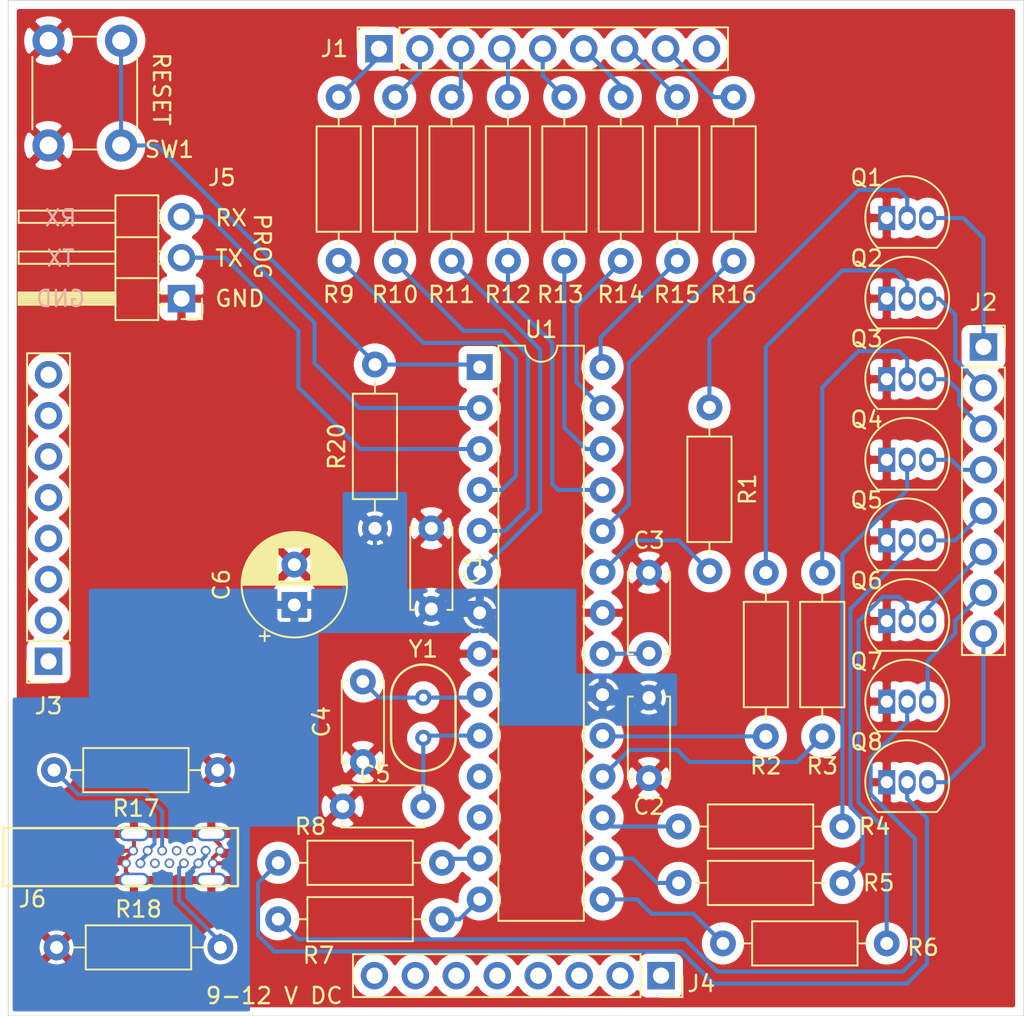
<source format=kicad_pcb>
(kicad_pcb (version 20171130) (host pcbnew "(5.1.6)-1")
  (layers (0 F.Cu signal) (31 B.Cu signal) (34 B.Paste user) (35 F.Paste user) (36 B.SilkS user) (37 F.SilkS user) (38 B.Mask user) (39 F.Mask user) (44 Edge.Cuts user))
  (net 0 "")
  (net 1 GND)
  (net 2 VCC)
  (net 3 "Net-(C3-Pad2)")
  (net 4 /X1)
  (net 5 /X2)
  (net 6 /RX)
  (net 7 /TX)
  (net 8 /~RESET)
  (net 9 /C0)
  (net 10 /C1)
  (net 11 /C2)
  (net 12 /C3)
  (net 13 /C4)
  (net 14 /C5)
  (net 15 /C6)
  (net 16 /C7)
  (net 17 /R0)
  (net 18 /R1)
  (net 19 /R2)
  (net 20 /R3)
  (net 21 /R4)
  (net 22 /R5)
  (net 23 /R6)
  (net 24 /R7)
  (net 25 "Net-(Q1-Pad2)")
  (net 26 "Net-(Q2-Pad2)")
  (net 27 "Net-(Q3-Pad2)")
  (net 28 "Net-(Q4-Pad2)")
  (net 29 "Net-(Q5-Pad2)")
  (net 30 "Net-(Q6-Pad2)")
  (net 31 "Net-(Q7-Pad2)")
  (net 32 "Net-(Q8-Pad2)")
  (net 33 /UC_R0)
  (net 34 /UC_R1)
  (net 35 /UC_R2)
  (net 36 /UC_R3)
  (net 37 /UC_R4)
  (net 38 /UC_R5)
  (net 39 /UC_R6)
  (net 40 /UC_R7)
  (net 41 /UC_C0)
  (net 42 /UC_C1)
  (net 43 /UC_C2)
  (net 44 /UC_C3)
  (net 45 /UC_C4)
  (net 46 /UC_C5)
  (net 47 /UC_C6)
  (net 48 /UC_C7)
  (net 49 /CC1)
  (net 50 /CC2)
  (module "ArduinoLife2 - CPU:KUSBX-SL-CS1N14-B" (layer F.Cu) (at 105.75 126.75 270)
    (fp_text reference J6 (at 3 6.25 180) (layer F.SilkS))
    (fp_text value KUSBX-SL-CS1N14-B)
    (pad A1 thru_hole circle (at 0 0 270) (size 0.6 0.6) (drill 0.4) (layers *.Cu *.Mask) (net 1 GND))
    (pad A4 thru_hole circle (at 0 -0.9 270) (size 0.6 0.6) (drill 0.4) (layers *.Cu *.Mask) (net 2 VCC))
    (pad A5 thru_hole circle (at 0 -1.8 270) (size 0.6 0.6) (drill 0.4) (layers *.Cu *.Mask) (net 49 /CC1))
    (pad A6 thru_hole circle (at 0 -2.7 270) (size 0.6 0.6) (drill 0.4) (layers *.Cu *.Mask))
    (pad A7 thru_hole circle (at 0 -3.6 270) (size 0.6 0.6) (drill 0.4) (layers *.Cu *.Mask))
    (pad A9 thru_hole circle (at 0 -4.5 270) (size 0.6 0.6) (drill 0.4) (layers *.Cu *.Mask) (net 2 VCC))
    (pad A12 thru_hole circle (at 0 -5.4 270) (size 0.6 0.6) (drill 0.4) (layers *.Cu *.Mask) (net 1 GND))
    (pad B12 thru_hole circle (at 0.78 0.45 270) (size 0.6 0.6) (drill 0.4) (layers *.Cu *.Mask) (net 1 GND))
    (pad B9 thru_hole circle (at 0.78 -0.45 270) (size 0.6 0.6) (drill 0.4) (layers *.Cu *.Mask) (net 2 VCC))
    (pad B7 thru_hole circle (at 0.78 -1.35 270) (size 0.6 0.6) (drill 0.4) (layers *.Cu *.Mask))
    (pad B6 thru_hole circle (at 0.78 -2.25 270) (size 0.6 0.6) (drill 0.4) (layers *.Cu *.Mask))
    (pad B5 thru_hole circle (at 0.78 -3.15 270) (size 0.6 0.6) (drill 0.4) (layers *.Cu *.Mask) (net 50 /CC2))
    (pad B4 thru_hole circle (at 0.78 -4.05 270) (size 0.6 0.6) (drill 0.4) (layers *.Cu *.Mask) (net 2 VCC))
    (pad B1 thru_hole circle (at 0.78 -4.95 270) (size 0.6 0.6) (drill 0.4) (layers *.Cu *.Mask) (net 1 GND))
    (pad CASE thru_hole oval (at -1.04 -4.85 270) (size 0.9 1.9) (drill oval 0.6 1.6) (layers *.Cu *.Mask) (net 1 GND))
    (pad CASE thru_hole oval (at 1.82 -4.85 270) (size 0.9 1.9) (drill oval 0.6 1.6) (layers *.Cu *.Mask) (net 1 GND))
    (pad CASE thru_hole oval (at -1.04 -0.05 270) (size 0.9 1.9) (drill oval 0.6 1.6) (layers *.Cu *.Mask) (net 1 GND))
    (pad CASE thru_hole oval (at 1.82 -0.05 270) (size 0.9 1.9) (drill oval 0.6 1.6) (layers *.Cu *.Mask) (net 1 GND))
  )
  (module Resistor_THT:R_Axial_DIN0207_L6.3mm_D2.5mm_P10.16mm_Horizontal (layer F.Cu) (at 111 121.75 180)
    (fp_text reference R17 (at 5.08 -2.37) (layer F.SilkS))
    (fp_text value 5k1)
    (pad 2 thru_hole oval (at 10.16 0 180) (size 1.6 1.6) (drill 0.8) (layers *.Cu *.Mask) (net 49 /CC1))
    (pad 1 thru_hole circle (at 0 0 180) (size 1.6 1.6) (drill 0.8) (layers *.Cu *.Mask) (net 1 GND))
  )
  (module Resistor_THT:R_Axial_DIN0207_L6.3mm_D2.5mm_P10.16mm_Horizontal (layer F.Cu) (at 101 132.75)
    (fp_text reference R18 (at 5.08 -2.37) (layer F.SilkS))
    (fp_text value 5k1)
    (pad 1 thru_hole circle (at 0 0) (size 1.6 1.6) (drill 0.8) (layers *.Cu *.Mask) (net 1 GND))
    (pad 2 thru_hole oval (at 10.16 0) (size 1.6 1.6) (drill 0.8) (layers *.Cu *.Mask) (net 50 /CC2))
  )
  (module Crystal:HC-46X (layer F.Cu) (at 123.75 118.5 270)
    (fp_text reference Y1 (at -4.25 0 180) (layer F.SilkS))
    (fp_text value 16M)
    (pad 2 thru_hole circle (at 1.25 0 270) (size 1 1) (drill 0.5) (layers *.Cu *.Mask) (net 5 /X2))
    (pad 1 thru_hole circle (at -1.25 0 270) (size 1 1) (drill 0.5) (layers *.Cu *.Mask) (net 4 /X1))
  )
  (module Resistor_THT:R_Axial_DIN0207_L6.3mm_D2.5mm_P10.16mm_Horizontal (layer F.Cu) (at 141.5 99.25 270)
    (fp_text reference R1 (at 5.08 -2.37 90) (layer F.SilkS))
    (fp_text value 560)
    (pad 1 thru_hole circle (at 0 0 270) (size 1.6 1.6) (drill 0.8) (layers *.Cu *.Mask) (net 25 "Net-(Q1-Pad2)"))
    (pad 2 thru_hole oval (at 10.16 0 270) (size 1.6 1.6) (drill 0.8) (layers *.Cu *.Mask) (net 33 /UC_R0))
  )
  (module Connector_PinHeader_2.54mm:PinHeader_1x03_P2.54mm_Horizontal (layer F.Cu) (at 108.75 92.5 180)
    (fp_text reference J5 (at -2.5 7.5 180) (layer F.SilkS))
    (fp_text value Conn_01x03)
    (pad 1 thru_hole rect (at 0 0 180) (size 1.7 1.7) (drill 1) (layers *.Cu *.Mask) (net 1 GND))
    (pad 2 thru_hole oval (at 0 2.54 180) (size 1.7 1.7) (drill 1) (layers *.Cu *.Mask) (net 7 /TX))
    (pad 3 thru_hole oval (at 0 5.08 180) (size 1.7 1.7) (drill 1) (layers *.Cu *.Mask) (net 6 /RX))
  )
  (module Capacitor_THT:C_Disc_D5.0mm_W2.5mm_P5.00mm (layer F.Cu) (at 137.75 109.5 270)
    (fp_text reference C3 (at -2 0 180) (layer F.SilkS))
    (fp_text value 100n)
    (pad 2 thru_hole circle (at 5 0 270) (size 1.6 1.6) (drill 0.8) (layers *.Cu *.Mask) (net 3 "Net-(C3-Pad2)"))
    (pad 1 thru_hole circle (at 0 0 270) (size 1.6 1.6) (drill 0.8) (layers *.Cu *.Mask) (net 1 GND))
  )
  (module Capacitor_THT:C_Disc_D5.0mm_W2.5mm_P5.00mm (layer F.Cu) (at 124.25 106.75 270)
    (fp_text reference C1 (at 2.5 -2.56 90) (layer F.SilkS))
    (fp_text value 100n)
    (pad 1 thru_hole circle (at 0 0 270) (size 1.6 1.6) (drill 0.8) (layers *.Cu *.Mask) (net 1 GND))
    (pad 2 thru_hole circle (at 5 0 270) (size 1.6 1.6) (drill 0.8) (layers *.Cu *.Mask) (net 2 VCC))
  )
  (module Capacitor_THT:C_Disc_D5.0mm_W2.5mm_P5.00mm (layer F.Cu) (at 137.75 122.25 90)
    (fp_text reference C2 (at -1.75 0 180) (layer F.SilkS))
    (fp_text value 100n)
    (pad 2 thru_hole circle (at 5 0 90) (size 1.6 1.6) (drill 0.8) (layers *.Cu *.Mask) (net 2 VCC))
    (pad 1 thru_hole circle (at 0 0 90) (size 1.6 1.6) (drill 0.8) (layers *.Cu *.Mask) (net 1 GND))
  )
  (module Capacitor_THT:C_Disc_D5.0mm_W2.5mm_P5.00mm (layer F.Cu) (at 120 121.25 90)
    (fp_text reference C4 (at 2.5 -2.56 90) (layer F.SilkS))
    (fp_text value 22p)
    (pad 2 thru_hole circle (at 5 0 90) (size 1.6 1.6) (drill 0.8) (layers *.Cu *.Mask) (net 4 /X1))
    (pad 1 thru_hole circle (at 0 0 90) (size 1.6 1.6) (drill 0.8) (layers *.Cu *.Mask) (net 1 GND))
  )
  (module Capacitor_THT:C_Disc_D5.0mm_W2.5mm_P5.00mm (layer F.Cu) (at 118.75 124)
    (fp_text reference C5 (at 2 -2) (layer F.SilkS))
    (fp_text value 22p)
    (pad 1 thru_hole circle (at 0 0) (size 1.6 1.6) (drill 0.8) (layers *.Cu *.Mask) (net 1 GND))
    (pad 2 thru_hole circle (at 5 0) (size 1.6 1.6) (drill 0.8) (layers *.Cu *.Mask) (net 5 /X2))
  )
  (module Capacitor_THT:CP_Radial_D6.3mm_P2.50mm (layer F.Cu) (at 115.75 111.5 90)
    (fp_text reference C6 (at 1.25 -4.52 90) (layer F.SilkS))
    (fp_text value 10u)
    (pad 1 thru_hole rect (at 0 0 90) (size 1.6 1.6) (drill 0.8) (layers *.Cu *.Mask) (net 2 VCC))
    (pad 2 thru_hole circle (at 2.5 0 90) (size 1.6 1.6) (drill 0.8) (layers *.Cu *.Mask) (net 1 GND))
  )
  (module Resistor_THT:R_Axial_DIN0207_L6.3mm_D2.5mm_P10.16mm_Horizontal (layer F.Cu) (at 120.75 106.75 90)
    (fp_text reference R20 (at 5.08 -2.37 90) (layer F.SilkS))
    (fp_text value 10k)
    (pad 1 thru_hole circle (at 0 0 90) (size 1.6 1.6) (drill 0.8) (layers *.Cu *.Mask) (net 2 VCC))
    (pad 2 thru_hole oval (at 10.16 0 90) (size 1.6 1.6) (drill 0.8) (layers *.Cu *.Mask) (net 8 /~RESET))
  )
  (module Button_Switch_THT:SW_PUSH_6mm (layer F.Cu) (at 105 76.5 270)
    (fp_text reference SW1 (at 6.75 -3 180) (layer F.SilkS))
    (fp_text value SW_Push)
    (pad 2 thru_hole circle (at 0 4.5) (size 2 2) (drill 1.1) (layers *.Cu *.Mask) (net 1 GND))
    (pad 1 thru_hole circle (at 0 0) (size 2 2) (drill 1.1) (layers *.Cu *.Mask) (net 8 /~RESET))
    (pad 2 thru_hole circle (at 6.5 4.5) (size 2 2) (drill 1.1) (layers *.Cu *.Mask) (net 1 GND))
    (pad 1 thru_hole circle (at 6.5 0) (size 2 2) (drill 1.1) (layers *.Cu *.Mask) (net 8 /~RESET))
  )
  (module Package_DIP:DIP-28_W7.62mm (layer F.Cu) (at 127.25 96.75)
    (fp_text reference U1 (at 3.81 -2.33) (layer F.SilkS))
    (fp_text value ATmega328P-PU)
    (pad 1 thru_hole rect (at 0 0) (size 1.6 1.6) (drill 0.8) (layers *.Cu *.Mask) (net 8 /~RESET))
    (pad 15 thru_hole oval (at 7.62 33.02) (size 1.6 1.6) (drill 0.8) (layers *.Cu *.Mask) (net 38 /UC_R5))
    (pad 2 thru_hole oval (at 0 2.54) (size 1.6 1.6) (drill 0.8) (layers *.Cu *.Mask) (net 6 /RX))
    (pad 16 thru_hole oval (at 7.62 30.48) (size 1.6 1.6) (drill 0.8) (layers *.Cu *.Mask) (net 37 /UC_R4))
    (pad 3 thru_hole oval (at 0 5.08) (size 1.6 1.6) (drill 0.8) (layers *.Cu *.Mask) (net 7 /TX))
    (pad 17 thru_hole oval (at 7.62 27.94) (size 1.6 1.6) (drill 0.8) (layers *.Cu *.Mask) (net 36 /UC_R3))
    (pad 4 thru_hole oval (at 0 7.62) (size 1.6 1.6) (drill 0.8) (layers *.Cu *.Mask) (net 41 /UC_C0))
    (pad 18 thru_hole oval (at 7.62 25.4) (size 1.6 1.6) (drill 0.8) (layers *.Cu *.Mask) (net 35 /UC_R2))
    (pad 5 thru_hole oval (at 0 10.16) (size 1.6 1.6) (drill 0.8) (layers *.Cu *.Mask) (net 42 /UC_C1))
    (pad 19 thru_hole oval (at 7.62 22.86) (size 1.6 1.6) (drill 0.8) (layers *.Cu *.Mask) (net 34 /UC_R1))
    (pad 6 thru_hole oval (at 0 12.7) (size 1.6 1.6) (drill 0.8) (layers *.Cu *.Mask) (net 43 /UC_C2))
    (pad 20 thru_hole oval (at 7.62 20.32) (size 1.6 1.6) (drill 0.8) (layers *.Cu *.Mask) (net 2 VCC))
    (pad 7 thru_hole oval (at 0 15.24) (size 1.6 1.6) (drill 0.8) (layers *.Cu *.Mask) (net 2 VCC))
    (pad 21 thru_hole oval (at 7.62 17.78) (size 1.6 1.6) (drill 0.8) (layers *.Cu *.Mask) (net 3 "Net-(C3-Pad2)"))
    (pad 8 thru_hole oval (at 0 17.78) (size 1.6 1.6) (drill 0.8) (layers *.Cu *.Mask) (net 1 GND))
    (pad 22 thru_hole oval (at 7.62 15.24) (size 1.6 1.6) (drill 0.8) (layers *.Cu *.Mask) (net 1 GND))
    (pad 9 thru_hole oval (at 0 20.32) (size 1.6 1.6) (drill 0.8) (layers *.Cu *.Mask) (net 4 /X1))
    (pad 23 thru_hole oval (at 7.62 12.7) (size 1.6 1.6) (drill 0.8) (layers *.Cu *.Mask) (net 33 /UC_R0))
    (pad 10 thru_hole oval (at 0 22.86) (size 1.6 1.6) (drill 0.8) (layers *.Cu *.Mask) (net 5 /X2))
    (pad 24 thru_hole oval (at 7.62 10.16) (size 1.6 1.6) (drill 0.8) (layers *.Cu *.Mask) (net 48 /UC_C7))
    (pad 11 thru_hole oval (at 0 25.4) (size 1.6 1.6) (drill 0.8) (layers *.Cu *.Mask))
    (pad 25 thru_hole oval (at 7.62 7.62) (size 1.6 1.6) (drill 0.8) (layers *.Cu *.Mask) (net 44 /UC_C3))
    (pad 12 thru_hole oval (at 0 27.94) (size 1.6 1.6) (drill 0.8) (layers *.Cu *.Mask))
    (pad 26 thru_hole oval (at 7.62 5.08) (size 1.6 1.6) (drill 0.8) (layers *.Cu *.Mask) (net 45 /UC_C4))
    (pad 13 thru_hole oval (at 0 30.48) (size 1.6 1.6) (drill 0.8) (layers *.Cu *.Mask) (net 40 /UC_R7))
    (pad 27 thru_hole oval (at 7.62 2.54) (size 1.6 1.6) (drill 0.8) (layers *.Cu *.Mask) (net 46 /UC_C5))
    (pad 14 thru_hole oval (at 0 33.02) (size 1.6 1.6) (drill 0.8) (layers *.Cu *.Mask) (net 39 /UC_R6))
    (pad 28 thru_hole oval (at 7.62 0) (size 1.6 1.6) (drill 0.8) (layers *.Cu *.Mask) (net 47 /UC_C6))
  )
  (module Connector_PinSocket_2.54mm:PinSocket_1x09_P2.54mm_Vertical (layer F.Cu) (at 121 77 90)
    (fp_text reference J1 (at 0 -2.77 180) (layer F.SilkS))
    (fp_text value Conn_01x09)
    (pad 1 thru_hole rect (at 0 0 90) (size 1.7 1.7) (drill 1) (layers *.Cu *.Mask) (net 9 /C0))
    (pad 2 thru_hole oval (at 0 2.54 90) (size 1.7 1.7) (drill 1) (layers *.Cu *.Mask) (net 10 /C1))
    (pad 3 thru_hole oval (at 0 5.08 90) (size 1.7 1.7) (drill 1) (layers *.Cu *.Mask) (net 11 /C2))
    (pad 4 thru_hole oval (at 0 7.62 90) (size 1.7 1.7) (drill 1) (layers *.Cu *.Mask) (net 12 /C3))
    (pad 5 thru_hole oval (at 0 10.16 90) (size 1.7 1.7) (drill 1) (layers *.Cu *.Mask) (net 13 /C4))
    (pad 6 thru_hole oval (at 0 12.7 90) (size 1.7 1.7) (drill 1) (layers *.Cu *.Mask) (net 14 /C5))
    (pad 7 thru_hole oval (at 0 15.24 90) (size 1.7 1.7) (drill 1) (layers *.Cu *.Mask) (net 15 /C6))
    (pad 8 thru_hole oval (at 0 17.78 90) (size 1.7 1.7) (drill 1) (layers *.Cu *.Mask) (net 16 /C7))
    (pad 9 thru_hole oval (at 0 20.32 90) (size 1.7 1.7) (drill 1) (layers *.Cu *.Mask))
  )
  (module Connector_PinSocket_2.54mm:PinSocket_1x08_P2.54mm_Vertical (layer F.Cu) (at 158.5 95.5)
    (fp_text reference J2 (at 0 -2.77) (layer F.SilkS))
    (fp_text value Conn_01x08)
    (pad 1 thru_hole rect (at 0 0) (size 1.7 1.7) (drill 1) (layers *.Cu *.Mask) (net 17 /R0))
    (pad 2 thru_hole oval (at 0 2.54) (size 1.7 1.7) (drill 1) (layers *.Cu *.Mask) (net 18 /R1))
    (pad 3 thru_hole oval (at 0 5.08) (size 1.7 1.7) (drill 1) (layers *.Cu *.Mask) (net 19 /R2))
    (pad 4 thru_hole oval (at 0 7.62) (size 1.7 1.7) (drill 1) (layers *.Cu *.Mask) (net 20 /R3))
    (pad 5 thru_hole oval (at 0 10.16) (size 1.7 1.7) (drill 1) (layers *.Cu *.Mask) (net 21 /R4))
    (pad 6 thru_hole oval (at 0 12.7) (size 1.7 1.7) (drill 1) (layers *.Cu *.Mask) (net 22 /R5))
    (pad 7 thru_hole oval (at 0 15.24) (size 1.7 1.7) (drill 1) (layers *.Cu *.Mask) (net 23 /R6))
    (pad 8 thru_hole oval (at 0 17.78) (size 1.7 1.7) (drill 1) (layers *.Cu *.Mask) (net 24 /R7))
  )
  (module Connector_PinSocket_2.54mm:PinSocket_1x08_P2.54mm_Vertical (layer F.Cu) (at 100.5 115 180)
    (fp_text reference J3 (at 0 -2.77) (layer F.SilkS))
    (fp_text value Conn_01x08)
    (pad 1 thru_hole rect (at 0 0 180) (size 1.7 1.7) (drill 1) (layers *.Cu *.Mask))
    (pad 2 thru_hole oval (at 0 2.54 180) (size 1.7 1.7) (drill 1) (layers *.Cu *.Mask))
    (pad 3 thru_hole oval (at 0 5.08 180) (size 1.7 1.7) (drill 1) (layers *.Cu *.Mask))
    (pad 4 thru_hole oval (at 0 7.62 180) (size 1.7 1.7) (drill 1) (layers *.Cu *.Mask))
    (pad 5 thru_hole oval (at 0 10.16 180) (size 1.7 1.7) (drill 1) (layers *.Cu *.Mask))
    (pad 6 thru_hole oval (at 0 12.7 180) (size 1.7 1.7) (drill 1) (layers *.Cu *.Mask))
    (pad 7 thru_hole oval (at 0 15.24 180) (size 1.7 1.7) (drill 1) (layers *.Cu *.Mask))
    (pad 8 thru_hole oval (at 0 17.78 180) (size 1.7 1.7) (drill 1) (layers *.Cu *.Mask))
  )
  (module Connector_PinSocket_2.54mm:PinSocket_1x08_P2.54mm_Vertical (layer F.Cu) (at 138.5 134.5 270)
    (fp_text reference J4 (at 0.5 -2.5 180) (layer F.SilkS))
    (fp_text value Conn_01x08)
    (pad 8 thru_hole oval (at 0 17.78 270) (size 1.7 1.7) (drill 1) (layers *.Cu *.Mask))
    (pad 7 thru_hole oval (at 0 15.24 270) (size 1.7 1.7) (drill 1) (layers *.Cu *.Mask))
    (pad 6 thru_hole oval (at 0 12.7 270) (size 1.7 1.7) (drill 1) (layers *.Cu *.Mask))
    (pad 5 thru_hole oval (at 0 10.16 270) (size 1.7 1.7) (drill 1) (layers *.Cu *.Mask))
    (pad 4 thru_hole oval (at 0 7.62 270) (size 1.7 1.7) (drill 1) (layers *.Cu *.Mask))
    (pad 3 thru_hole oval (at 0 5.08 270) (size 1.7 1.7) (drill 1) (layers *.Cu *.Mask))
    (pad 2 thru_hole oval (at 0 2.54 270) (size 1.7 1.7) (drill 1) (layers *.Cu *.Mask))
    (pad 1 thru_hole rect (at 0 0 270) (size 1.7 1.7) (drill 1) (layers *.Cu *.Mask))
  )
  (module Package_TO_SOT_THT:TO-92_Inline (layer F.Cu) (at 152.5 87.5)
    (fp_text reference Q1 (at -1.25 -2.5) (layer F.SilkS))
    (fp_text value 2N3904)
    (pad 1 thru_hole rect (at 0 0) (size 1.05 1.5) (drill 0.75) (layers *.Cu *.Mask) (net 1 GND))
    (pad 3 thru_hole oval (at 2.54 0) (size 1.05 1.5) (drill 0.75) (layers *.Cu *.Mask) (net 17 /R0))
    (pad 2 thru_hole oval (at 1.27 0) (size 1.05 1.5) (drill 0.75) (layers *.Cu *.Mask) (net 25 "Net-(Q1-Pad2)"))
  )
  (module Package_TO_SOT_THT:TO-92_Inline (layer F.Cu) (at 152.5 92.5)
    (fp_text reference Q2 (at -1.25 -2.5) (layer F.SilkS))
    (fp_text value 2N3904)
    (pad 1 thru_hole rect (at 0 0) (size 1.05 1.5) (drill 0.75) (layers *.Cu *.Mask) (net 1 GND))
    (pad 3 thru_hole oval (at 2.54 0) (size 1.05 1.5) (drill 0.75) (layers *.Cu *.Mask) (net 18 /R1))
    (pad 2 thru_hole oval (at 1.27 0) (size 1.05 1.5) (drill 0.75) (layers *.Cu *.Mask) (net 26 "Net-(Q2-Pad2)"))
  )
  (module Package_TO_SOT_THT:TO-92_Inline (layer F.Cu) (at 152.5 97.5)
    (fp_text reference Q3 (at -1.25 -2.5) (layer F.SilkS))
    (fp_text value 2N3904)
    (pad 2 thru_hole oval (at 1.27 0) (size 1.05 1.5) (drill 0.75) (layers *.Cu *.Mask) (net 27 "Net-(Q3-Pad2)"))
    (pad 3 thru_hole oval (at 2.54 0) (size 1.05 1.5) (drill 0.75) (layers *.Cu *.Mask) (net 19 /R2))
    (pad 1 thru_hole rect (at 0 0) (size 1.05 1.5) (drill 0.75) (layers *.Cu *.Mask) (net 1 GND))
  )
  (module Package_TO_SOT_THT:TO-92_Inline (layer F.Cu) (at 152.5 102.5)
    (fp_text reference Q4 (at -1.25 -2.5) (layer F.SilkS))
    (fp_text value 2N3904)
    (pad 2 thru_hole oval (at 1.27 0) (size 1.05 1.5) (drill 0.75) (layers *.Cu *.Mask) (net 28 "Net-(Q4-Pad2)"))
    (pad 3 thru_hole oval (at 2.54 0) (size 1.05 1.5) (drill 0.75) (layers *.Cu *.Mask) (net 20 /R3))
    (pad 1 thru_hole rect (at 0 0) (size 1.05 1.5) (drill 0.75) (layers *.Cu *.Mask) (net 1 GND))
  )
  (module Package_TO_SOT_THT:TO-92_Inline (layer F.Cu) (at 152.5 107.5)
    (fp_text reference Q5 (at -1.25 -2.5) (layer F.SilkS))
    (fp_text value 2N3904)
    (pad 1 thru_hole rect (at 0 0) (size 1.05 1.5) (drill 0.75) (layers *.Cu *.Mask) (net 1 GND))
    (pad 3 thru_hole oval (at 2.54 0) (size 1.05 1.5) (drill 0.75) (layers *.Cu *.Mask) (net 21 /R4))
    (pad 2 thru_hole oval (at 1.27 0) (size 1.05 1.5) (drill 0.75) (layers *.Cu *.Mask) (net 29 "Net-(Q5-Pad2)"))
  )
  (module Package_TO_SOT_THT:TO-92_Inline (layer F.Cu) (at 152.5 112.5)
    (fp_text reference Q6 (at -1.25 -2.5) (layer F.SilkS))
    (fp_text value 2N3904)
    (pad 1 thru_hole rect (at 0 0) (size 1.05 1.5) (drill 0.75) (layers *.Cu *.Mask) (net 1 GND))
    (pad 3 thru_hole oval (at 2.54 0) (size 1.05 1.5) (drill 0.75) (layers *.Cu *.Mask) (net 22 /R5))
    (pad 2 thru_hole oval (at 1.27 0) (size 1.05 1.5) (drill 0.75) (layers *.Cu *.Mask) (net 30 "Net-(Q6-Pad2)"))
  )
  (module Package_TO_SOT_THT:TO-92_Inline (layer F.Cu) (at 152.5 117.5)
    (fp_text reference Q7 (at -1.25 -2.5) (layer F.SilkS))
    (fp_text value 2N3904)
    (pad 2 thru_hole oval (at 1.27 0) (size 1.05 1.5) (drill 0.75) (layers *.Cu *.Mask) (net 31 "Net-(Q7-Pad2)"))
    (pad 3 thru_hole oval (at 2.54 0) (size 1.05 1.5) (drill 0.75) (layers *.Cu *.Mask) (net 23 /R6))
    (pad 1 thru_hole rect (at 0 0) (size 1.05 1.5) (drill 0.75) (layers *.Cu *.Mask) (net 1 GND))
  )
  (module Package_TO_SOT_THT:TO-92_Inline (layer F.Cu) (at 152.5 122.5)
    (fp_text reference Q8 (at -1.25 -2.5) (layer F.SilkS))
    (fp_text value 2N3904)
    (pad 2 thru_hole oval (at 1.27 0) (size 1.05 1.5) (drill 0.75) (layers *.Cu *.Mask) (net 32 "Net-(Q8-Pad2)"))
    (pad 3 thru_hole oval (at 2.54 0) (size 1.05 1.5) (drill 0.75) (layers *.Cu *.Mask) (net 24 /R7))
    (pad 1 thru_hole rect (at 0 0) (size 1.05 1.5) (drill 0.75) (layers *.Cu *.Mask) (net 1 GND))
  )
  (module Resistor_THT:R_Axial_DIN0207_L6.3mm_D2.5mm_P10.16mm_Horizontal (layer F.Cu) (at 145 109.5 270)
    (fp_text reference R2 (at 12 0 180) (layer F.SilkS))
    (fp_text value 560)
    (pad 1 thru_hole circle (at 0 0 270) (size 1.6 1.6) (drill 0.8) (layers *.Cu *.Mask) (net 26 "Net-(Q2-Pad2)"))
    (pad 2 thru_hole oval (at 10.16 0 270) (size 1.6 1.6) (drill 0.8) (layers *.Cu *.Mask) (net 34 /UC_R1))
  )
  (module Resistor_THT:R_Axial_DIN0207_L6.3mm_D2.5mm_P10.16mm_Horizontal (layer F.Cu) (at 148.5 109.5 270)
    (fp_text reference R3 (at 12 0 180) (layer F.SilkS))
    (fp_text value 560)
    (pad 2 thru_hole oval (at 10.16 0 270) (size 1.6 1.6) (drill 0.8) (layers *.Cu *.Mask) (net 35 /UC_R2))
    (pad 1 thru_hole circle (at 0 0 270) (size 1.6 1.6) (drill 0.8) (layers *.Cu *.Mask) (net 27 "Net-(Q3-Pad2)"))
  )
  (module Resistor_THT:R_Axial_DIN0207_L6.3mm_D2.5mm_P10.16mm_Horizontal (layer F.Cu) (at 149.75 125.25 180)
    (fp_text reference R4 (at -2 0) (layer F.SilkS))
    (fp_text value 560)
    (pad 2 thru_hole oval (at 10.16 0 180) (size 1.6 1.6) (drill 0.8) (layers *.Cu *.Mask) (net 36 /UC_R3))
    (pad 1 thru_hole circle (at 0 0 180) (size 1.6 1.6) (drill 0.8) (layers *.Cu *.Mask) (net 28 "Net-(Q4-Pad2)"))
  )
  (module Resistor_THT:R_Axial_DIN0207_L6.3mm_D2.5mm_P10.16mm_Horizontal (layer F.Cu) (at 149.75 128.75 180)
    (fp_text reference R5 (at -2.25 0) (layer F.SilkS))
    (fp_text value 560)
    (pad 1 thru_hole circle (at 0 0 180) (size 1.6 1.6) (drill 0.8) (layers *.Cu *.Mask) (net 29 "Net-(Q5-Pad2)"))
    (pad 2 thru_hole oval (at 10.16 0 180) (size 1.6 1.6) (drill 0.8) (layers *.Cu *.Mask) (net 37 /UC_R4))
  )
  (module Resistor_THT:R_Axial_DIN0207_L6.3mm_D2.5mm_P10.16mm_Horizontal (layer F.Cu) (at 152.5 132.5 180)
    (fp_text reference R6 (at -2.25 -0.25) (layer F.SilkS))
    (fp_text value 560)
    (pad 1 thru_hole circle (at 0 0 180) (size 1.6 1.6) (drill 0.8) (layers *.Cu *.Mask) (net 30 "Net-(Q6-Pad2)"))
    (pad 2 thru_hole oval (at 10.16 0 180) (size 1.6 1.6) (drill 0.8) (layers *.Cu *.Mask) (net 38 /UC_R5))
  )
  (module Resistor_THT:R_Axial_DIN0207_L6.3mm_D2.5mm_P10.16mm_Horizontal (layer F.Cu) (at 114.75 131)
    (fp_text reference R7 (at 2.5 2.25) (layer F.SilkS))
    (fp_text value 560)
    (pad 2 thru_hole oval (at 10.16 0) (size 1.6 1.6) (drill 0.8) (layers *.Cu *.Mask) (net 39 /UC_R6))
    (pad 1 thru_hole circle (at 0 0) (size 1.6 1.6) (drill 0.8) (layers *.Cu *.Mask) (net 31 "Net-(Q7-Pad2)"))
  )
  (module Resistor_THT:R_Axial_DIN0207_L6.3mm_D2.5mm_P10.16mm_Horizontal (layer F.Cu) (at 114.75 127.5)
    (fp_text reference R8 (at 2 -2.25) (layer F.SilkS))
    (fp_text value 560)
    (pad 2 thru_hole oval (at 10.16 0) (size 1.6 1.6) (drill 0.8) (layers *.Cu *.Mask) (net 40 /UC_R7))
    (pad 1 thru_hole circle (at 0 0) (size 1.6 1.6) (drill 0.8) (layers *.Cu *.Mask) (net 32 "Net-(Q8-Pad2)"))
  )
  (module Resistor_THT:R_Axial_DIN0207_L6.3mm_D2.5mm_P10.16mm_Horizontal (layer F.Cu) (at 118.5 80 270)
    (fp_text reference R9 (at 12.25 0 180) (layer F.SilkS))
    (fp_text value 560)
    (pad 2 thru_hole oval (at 10.16 0 270) (size 1.6 1.6) (drill 0.8) (layers *.Cu *.Mask) (net 41 /UC_C0))
    (pad 1 thru_hole circle (at 0 0 270) (size 1.6 1.6) (drill 0.8) (layers *.Cu *.Mask) (net 9 /C0))
  )
  (module Resistor_THT:R_Axial_DIN0207_L6.3mm_D2.5mm_P10.16mm_Horizontal (layer F.Cu) (at 122 80 270)
    (fp_text reference R10 (at 12.25 0 180) (layer F.SilkS))
    (fp_text value 560)
    (pad 1 thru_hole circle (at 0 0 270) (size 1.6 1.6) (drill 0.8) (layers *.Cu *.Mask) (net 10 /C1))
    (pad 2 thru_hole oval (at 10.16 0 270) (size 1.6 1.6) (drill 0.8) (layers *.Cu *.Mask) (net 42 /UC_C1))
  )
  (module Resistor_THT:R_Axial_DIN0207_L6.3mm_D2.5mm_P10.16mm_Horizontal (layer F.Cu) (at 125.5 80 270)
    (fp_text reference R11 (at 12.25 0 180) (layer F.SilkS))
    (fp_text value 560)
    (pad 2 thru_hole oval (at 10.16 0 270) (size 1.6 1.6) (drill 0.8) (layers *.Cu *.Mask) (net 43 /UC_C2))
    (pad 1 thru_hole circle (at 0 0 270) (size 1.6 1.6) (drill 0.8) (layers *.Cu *.Mask) (net 11 /C2))
  )
  (module Resistor_THT:R_Axial_DIN0207_L6.3mm_D2.5mm_P10.16mm_Horizontal (layer F.Cu) (at 129 80 270)
    (fp_text reference R12 (at 12.25 0 180) (layer F.SilkS))
    (fp_text value 560)
    (pad 1 thru_hole circle (at 0 0 270) (size 1.6 1.6) (drill 0.8) (layers *.Cu *.Mask) (net 12 /C3))
    (pad 2 thru_hole oval (at 10.16 0 270) (size 1.6 1.6) (drill 0.8) (layers *.Cu *.Mask) (net 44 /UC_C3))
  )
  (module Resistor_THT:R_Axial_DIN0207_L6.3mm_D2.5mm_P10.16mm_Horizontal (layer F.Cu) (at 132.5 80 270)
    (fp_text reference R13 (at 12.25 0.25 180) (layer F.SilkS))
    (fp_text value 560)
    (pad 1 thru_hole circle (at 0 0 270) (size 1.6 1.6) (drill 0.8) (layers *.Cu *.Mask) (net 13 /C4))
    (pad 2 thru_hole oval (at 10.16 0 270) (size 1.6 1.6) (drill 0.8) (layers *.Cu *.Mask) (net 45 /UC_C4))
  )
  (module Resistor_THT:R_Axial_DIN0207_L6.3mm_D2.5mm_P10.16mm_Horizontal (layer F.Cu) (at 136 80 270)
    (fp_text reference R14 (at 12.25 0 180) (layer F.SilkS))
    (fp_text value 560)
    (pad 2 thru_hole oval (at 10.16 0 270) (size 1.6 1.6) (drill 0.8) (layers *.Cu *.Mask) (net 46 /UC_C5))
    (pad 1 thru_hole circle (at 0 0 270) (size 1.6 1.6) (drill 0.8) (layers *.Cu *.Mask) (net 14 /C5))
  )
  (module Resistor_THT:R_Axial_DIN0207_L6.3mm_D2.5mm_P10.16mm_Horizontal (layer F.Cu) (at 139.5 80 270)
    (fp_text reference R15 (at 12.25 0 180) (layer F.SilkS))
    (fp_text value 560)
    (pad 1 thru_hole circle (at 0 0 270) (size 1.6 1.6) (drill 0.8) (layers *.Cu *.Mask) (net 15 /C6))
    (pad 2 thru_hole oval (at 10.16 0 270) (size 1.6 1.6) (drill 0.8) (layers *.Cu *.Mask) (net 47 /UC_C6))
  )
  (module Resistor_THT:R_Axial_DIN0207_L6.3mm_D2.5mm_P10.16mm_Horizontal (layer F.Cu) (at 143 80 270)
    (fp_text reference R16 (at 12.25 0 180) (layer F.SilkS))
    (fp_text value 560)
    (pad 2 thru_hole oval (at 10.16 0 270) (size 1.6 1.6) (drill 0.8) (layers *.Cu *.Mask) (net 48 /UC_C7))
    (pad 1 thru_hole circle (at 0 0 270) (size 1.6 1.6) (drill 0.8) (layers *.Cu *.Mask) (net 16 /C7))
  )
  (gr_text TX (at 110.75 90) (layer F.SilkS) (effects (font (size 1 1)) (justify left)))
  (gr_text RX (at 110.75 87.5) (layer F.SilkS) (effects (font (size 1 1)) (justify left)))
  (gr_text GND (at 110.75 92.5) (layer F.SilkS) (effects (font (size 1 1)) (justify left)))
  (gr_text "9-12 V DC" (at 114.5 135.75) (layer F.SilkS) (effects (font (size 1 1))))
  (gr_text PROG (at 113.75 89.25 270) (layer F.SilkS) (effects (font (size 1 1))))
  (gr_text GND (at 101.25 92.5) (layer B.SilkS) (effects (font (size 1 1)) (justify mirror)))
  (gr_text TX (at 101.25 90) (layer B.SilkS) (effects (font (size 1 1)) (justify mirror)))
  (gr_text RX (at 101.25 87.5) (layer B.SilkS) (effects (font (size 1 1)) (justify mirror)))
  (gr_text RESET (at 107.5 79.5 270) (layer F.SilkS) (effects (font (size 1 1))))
  (gr_line (start 98 74) (end 98 137) (layer Edge.Cuts) (width 0.05))
  (gr_line (start 98 74) (end 161 74) (layer Edge.Cuts) (width 0.05))
  (gr_line (start 161 137) (end 161 74) (layer Edge.Cuts) (width 0.05))
  (gr_line (start 98 137) (end 161 137) (layer Edge.Cuts) (width 0.05))
  (segment (start 110.7 127.2) (end 111.15 126.75) (width 0.25) (layer F.Cu) (net 1))
  (segment (start 110.7 127.53) (end 110.7 127.2) (width 0.25) (layer F.Cu) (net 1))
  (segment (start 105.3 127.2) (end 105.75 126.75) (width 0.25) (layer F.Cu) (net 1))
  (segment (start 105.3 127.53) (end 105.3 127.2) (width 0.25) (layer F.Cu) (net 1))
  (segment (start 105.75 126.75) (end 104.25 126.75) (width 0.25) (layer F.Cu) (net 1))
  (segment (start 110.7 127.53) (end 111.72 127.53) (width 0.25) (layer F.Cu) (net 1))
  (segment (start 111.15 126.75) (end 112.25 126.75) (width 0.25) (layer F.Cu) (net 1))
  (segment (start 105.3 127.53) (end 104.28 127.53) (width 0.25) (layer F.Cu) (net 1))
  (segment (start 105.3 128.07) (end 105.8 128.57) (width 0.25) (layer F.Cu) (net 1))
  (segment (start 105.3 127.53) (end 105.3 128.07) (width 0.25) (layer F.Cu) (net 1))
  (segment (start 105.8 126.7) (end 105.75 126.75) (width 0.25) (layer F.Cu) (net 1))
  (segment (start 105.8 125.71) (end 105.8 126.7) (width 0.25) (layer F.Cu) (net 1))
  (segment (start 110.6 125.71) (end 110.6 125.85) (width 0.25) (layer F.Cu) (net 1))
  (segment (start 111.15 126.4) (end 111.15 126.75) (width 0.25) (layer F.Cu) (net 1))
  (segment (start 110.6 125.85) (end 111.15 126.4) (width 0.25) (layer F.Cu) (net 1))
  (segment (start 110.7 128.47) (end 110.6 128.57) (width 0.25) (layer F.Cu) (net 1))
  (segment (start 110.7 127.53) (end 110.7 128.47) (width 0.25) (layer F.Cu) (net 1))
  (segment (start 127.01 111.75) (end 127.25 111.99) (width 1) (layer B.Cu) (net 2))
  (segment (start 124.25 111.75) (end 127.01 111.75) (width 1) (layer B.Cu) (net 2))
  (segment (start 127.25 111.99) (end 132.26 117) (width 1) (layer B.Cu) (net 2))
  (segment (start 134.8 117) (end 134.87 117.07) (width 1) (layer B.Cu) (net 2))
  (segment (start 132.26 117) (end 134.8 117) (width 1) (layer B.Cu) (net 2))
  (segment (start 135.05 117.25) (end 134.87 117.07) (width 1) (layer B.Cu) (net 2))
  (segment (start 137.75 117.25) (end 135.05 117.25) (width 1) (layer B.Cu) (net 2))
  (segment (start 109.75 129.75) (end 110 129.75) (width 0.25) (layer B.Cu) (net 2))
  (segment (start 109.25 129.25) (end 109.75 129.75) (width 0.25) (layer B.Cu) (net 2))
  (segment (start 109.8 127.53) (end 109.25 128.08) (width 0.25) (layer B.Cu) (net 2))
  (segment (start 109.25 128.08) (end 109.25 129.25) (width 0.25) (layer B.Cu) (net 2))
  (segment (start 107.07501 126.32499) (end 107.07501 124.57501) (width 0.25) (layer B.Cu) (net 2))
  (segment (start 106.65 126.75) (end 107.07501 126.32499) (width 0.25) (layer B.Cu) (net 2))
  (segment (start 107.07501 124.57501) (end 107 124.5) (width 0.25) (layer B.Cu) (net 2))
  (segment (start 106.65 126.925) (end 106.65 126.75) (width 0.25) (layer B.Cu) (net 2))
  (segment (start 106.2 127.53) (end 106.2 127.375) (width 0.25) (layer B.Cu) (net 2))
  (segment (start 106.2 127.375) (end 106.65 126.925) (width 0.25) (layer B.Cu) (net 2))
  (segment (start 109.75 127.48) (end 109.8 127.53) (width 0.25) (layer B.Cu) (net 2))
  (segment (start 110.25 127.08) (end 109.8 127.53) (width 0.25) (layer B.Cu) (net 2))
  (segment (start 110.25 126.75) (end 110.25 127.08) (width 0.25) (layer B.Cu) (net 2))
  (segment (start 120.75 106.75) (end 120.75 111.5) (width 0.25) (layer B.Cu) (net 2))
  (segment (start 137.72 114.53) (end 137.75 114.5) (width 0.254) (layer B.Cu) (net 3))
  (segment (start 134.87 114.53) (end 137.72 114.53) (width 0.254) (layer B.Cu) (net 3))
  (segment (start 127.07 117.25) (end 123.75 117.25) (width 0.254) (layer B.Cu) (net 4))
  (segment (start 127.25 117.07) (end 127.07 117.25) (width 0.254) (layer B.Cu) (net 4))
  (segment (start 121 117.25) (end 120 116.25) (width 0.25) (layer B.Cu) (net 4))
  (segment (start 123.75 117.25) (end 121 117.25) (width 0.25) (layer B.Cu) (net 4))
  (segment (start 123.81 119.61) (end 123.75 119.55) (width 0.254) (layer B.Cu) (net 5))
  (segment (start 127.25 119.61) (end 123.81 119.61) (width 0.254) (layer B.Cu) (net 5))
  (segment (start 123.75 119.55) (end 123.75 124) (width 0.254) (layer B.Cu) (net 5))
  (segment (start 110.42 87.42) (end 108.75 87.42) (width 0.254) (layer B.Cu) (net 6))
  (segment (start 127.25 99.29) (end 119.79 99.29) (width 0.254) (layer B.Cu) (net 6))
  (segment (start 117 94) (end 110.42 87.42) (width 0.254) (layer B.Cu) (net 6))
  (segment (start 117 96.5) (end 117 94) (width 0.254) (layer B.Cu) (net 6))
  (segment (start 119.79 99.29) (end 117 96.5) (width 0.254) (layer B.Cu) (net 6))
  (segment (start 111.46 89.96) (end 108.75 89.96) (width 0.254) (layer B.Cu) (net 7))
  (segment (start 127.25 101.83) (end 119.83 101.83) (width 0.254) (layer B.Cu) (net 7))
  (segment (start 116 94.5) (end 111.46 89.96) (width 0.254) (layer B.Cu) (net 7))
  (segment (start 116 98) (end 116 94.5) (width 0.254) (layer B.Cu) (net 7))
  (segment (start 119.83 101.83) (end 116 98) (width 0.254) (layer B.Cu) (net 7))
  (segment (start 105 83) (end 105 76.5) (width 0.254) (layer B.Cu) (net 8))
  (segment (start 107.25 83) (end 105 83) (width 0.254) (layer B.Cu) (net 8))
  (segment (start 127.25 96.75) (end 127.09 96.59) (width 0.254) (layer B.Cu) (net 8))
  (segment (start 120.84 96.59) (end 107.25 83) (width 0.254) (layer B.Cu) (net 8))
  (segment (start 127.09 96.59) (end 120.84 96.59) (width 0.254) (layer B.Cu) (net 8))
  (segment (start 121 77.5) (end 118.5 80) (width 0.254) (layer B.Cu) (net 9))
  (segment (start 123.54 78.46) (end 122 80) (width 0.254) (layer B.Cu) (net 10))
  (segment (start 123.54 77) (end 123.54 78.46) (width 0.254) (layer B.Cu) (net 10))
  (segment (start 126.08 79.42) (end 125.5 80) (width 0.254) (layer B.Cu) (net 11))
  (segment (start 126.08 77) (end 126.08 79.42) (width 0.254) (layer B.Cu) (net 11))
  (segment (start 129 77.38) (end 128.62 77) (width 0.254) (layer B.Cu) (net 12))
  (segment (start 129 80) (end 129 77.38) (width 0.254) (layer B.Cu) (net 12))
  (segment (start 131.16 78.66) (end 132.5 80) (width 0.254) (layer B.Cu) (net 13))
  (segment (start 131.16 77) (end 131.16 78.66) (width 0.254) (layer B.Cu) (net 13))
  (segment (start 136 79.3) (end 136 80) (width 0.254) (layer B.Cu) (net 14))
  (segment (start 133.7 77) (end 136 79.3) (width 0.254) (layer B.Cu) (net 14))
  (segment (start 136.5 77) (end 136.24 77) (width 0.254) (layer B.Cu) (net 15))
  (segment (start 139.5 80) (end 136.5 77) (width 0.254) (layer B.Cu) (net 15))
  (segment (start 141.78 80) (end 143 80) (width 0.254) (layer B.Cu) (net 16))
  (segment (start 138.78 77) (end 141.78 80) (width 0.254) (layer B.Cu) (net 16))
  (segment (start 158.5 95.5) (end 158.5 88.75) (width 0.254) (layer B.Cu) (net 17))
  (segment (start 157.25 87.5) (end 155.04 87.5) (width 0.254) (layer B.Cu) (net 17))
  (segment (start 158.5 88.75) (end 157.25 87.5) (width 0.254) (layer B.Cu) (net 17))
  (segment (start 156.75 93.5) (end 155.75 92.5) (width 0.254) (layer B.Cu) (net 18))
  (segment (start 155.75 92.5) (end 155.04 92.5) (width 0.254) (layer B.Cu) (net 18))
  (segment (start 158.5 98.04) (end 156.75 96.29) (width 0.254) (layer B.Cu) (net 18))
  (segment (start 156.75 96.29) (end 156.75 93.5) (width 0.254) (layer B.Cu) (net 18))
  (segment (start 157 98.25) (end 157 99.08) (width 0.254) (layer B.Cu) (net 19))
  (segment (start 157 99.08) (end 158.5 100.58) (width 0.254) (layer B.Cu) (net 19))
  (segment (start 155.04 97.5) (end 156.25 97.5) (width 0.254) (layer B.Cu) (net 19))
  (segment (start 156.25 97.5) (end 157 98.25) (width 0.254) (layer B.Cu) (net 19))
  (segment (start 158.5 103.12) (end 157.12 103.12) (width 0.254) (layer B.Cu) (net 20))
  (segment (start 156.5 102.5) (end 155.04 102.5) (width 0.254) (layer B.Cu) (net 20))
  (segment (start 157.12 103.12) (end 156.5 102.5) (width 0.254) (layer B.Cu) (net 20))
  (segment (start 158.5 105.75) (end 158.5 105.66) (width 0.254) (layer B.Cu) (net 21))
  (segment (start 155.04 107.5) (end 156.75 107.5) (width 0.254) (layer B.Cu) (net 21))
  (segment (start 156.75 107.5) (end 158.5 105.75) (width 0.254) (layer B.Cu) (net 21))
  (segment (start 158.5 108.25) (end 158.5 108.2) (width 0.254) (layer B.Cu) (net 22))
  (segment (start 155.04 112.5) (end 155.04 111.71) (width 0.254) (layer B.Cu) (net 22))
  (segment (start 155.04 111.71) (end 158.5 108.25) (width 0.254) (layer B.Cu) (net 22))
  (segment (start 155.04 117.5) (end 155.04 114.96) (width 0.254) (layer B.Cu) (net 23))
  (segment (start 155.04 114.96) (end 156.75 113.25) (width 0.254) (layer B.Cu) (net 23))
  (segment (start 156.75 112.49) (end 158.5 110.74) (width 0.254) (layer B.Cu) (net 23))
  (segment (start 156.75 113.25) (end 156.75 112.49) (width 0.254) (layer B.Cu) (net 23))
  (segment (start 155.04 122.5) (end 156.25 122.5) (width 0.254) (layer B.Cu) (net 24))
  (segment (start 158.5 120.25) (end 158.5 113.28) (width 0.254) (layer B.Cu) (net 24))
  (segment (start 156.25 122.5) (end 158.5 120.25) (width 0.254) (layer B.Cu) (net 24))
  (segment (start 141.5 99.25) (end 141.5 95) (width 0.254) (layer B.Cu) (net 25))
  (segment (start 141.5 95) (end 150.75 85.75) (width 0.254) (layer B.Cu) (net 25))
  (segment (start 150.75 85.75) (end 153.25 85.75) (width 0.254) (layer B.Cu) (net 25))
  (segment (start 153.77 86.27) (end 153.77 87.5) (width 0.254) (layer B.Cu) (net 25))
  (segment (start 153.25 85.75) (end 153.77 86.27) (width 0.254) (layer B.Cu) (net 25))
  (segment (start 145 109.5) (end 145 95.5) (width 0.254) (layer B.Cu) (net 26))
  (segment (start 145 95.5) (end 149.75 90.75) (width 0.254) (layer B.Cu) (net 26))
  (segment (start 153.77 91.496) (end 153.77 92.5) (width 0.254) (layer B.Cu) (net 26))
  (segment (start 153.024 90.75) (end 153.77 91.496) (width 0.254) (layer B.Cu) (net 26))
  (segment (start 149.75 90.75) (end 153.024 90.75) (width 0.254) (layer B.Cu) (net 26))
  (segment (start 153.25 95.75) (end 153.77 96.27) (width 0.254) (layer B.Cu) (net 27))
  (segment (start 150.75 95.75) (end 153.25 95.75) (width 0.254) (layer B.Cu) (net 27))
  (segment (start 148.5 109.5) (end 148.5 98) (width 0.254) (layer B.Cu) (net 27))
  (segment (start 153.77 96.27) (end 153.77 97.5) (width 0.254) (layer B.Cu) (net 27))
  (segment (start 148.5 98) (end 150.75 95.75) (width 0.254) (layer B.Cu) (net 27))
  (segment (start 153.77 104.366398) (end 153.77 102.5) (width 0.254) (layer B.Cu) (net 28))
  (segment (start 149.75 108.386398) (end 153.77 104.366398) (width 0.254) (layer B.Cu) (net 28))
  (segment (start 149.75 125.25) (end 149.75 108.386398) (width 0.254) (layer B.Cu) (net 28))
  (segment (start 153.77 108.23) (end 153.77 107.5) (width 0.254) (layer B.Cu) (net 29))
  (segment (start 151 127.5) (end 151 124.791019) (width 0.254) (layer B.Cu) (net 29))
  (segment (start 150.25 111.75) (end 153.77 108.23) (width 0.254) (layer B.Cu) (net 29))
  (segment (start 149.75 128.75) (end 151 127.5) (width 0.254) (layer B.Cu) (net 29))
  (segment (start 151 124.791019) (end 150.25 124.041019) (width 0.254) (layer B.Cu) (net 29))
  (segment (start 150.25 124.041019) (end 150.25 111.75) (width 0.254) (layer B.Cu) (net 29))
  (segment (start 153.77 112.5) (end 153.77 111.52) (width 0.254) (layer B.Cu) (net 30))
  (segment (start 153.77 111.52) (end 153.25 111) (width 0.254) (layer B.Cu) (net 30))
  (segment (start 153.25 111) (end 152.25 111) (width 0.254) (layer B.Cu) (net 30))
  (segment (start 152.25 111) (end 150.75 112.5) (width 0.254) (layer B.Cu) (net 30))
  (segment (start 150.75 112.5) (end 150.75 123.75) (width 0.254) (layer B.Cu) (net 30))
  (segment (start 152.5 125.5) (end 152.5 132.5) (width 0.254) (layer B.Cu) (net 30))
  (segment (start 150.75 123.75) (end 152.5 125.5) (width 0.254) (layer B.Cu) (net 30))
  (segment (start 116 132.25) (end 114.75 131) (width 0.254) (layer B.Cu) (net 31))
  (segment (start 140 132.25) (end 116 132.25) (width 0.254) (layer B.Cu) (net 31))
  (segment (start 142 134.25) (end 140 132.25) (width 0.254) (layer B.Cu) (net 31))
  (segment (start 153.5 134.25) (end 142 134.25) (width 0.254) (layer B.Cu) (net 31))
  (segment (start 153.77 118.73) (end 151.5 121) (width 0.254) (layer B.Cu) (net 31))
  (segment (start 154.25 126) (end 154.25 133.5) (width 0.254) (layer B.Cu) (net 31))
  (segment (start 153.77 117.5) (end 153.77 118.73) (width 0.254) (layer B.Cu) (net 31))
  (segment (start 154.25 133.5) (end 153.5 134.25) (width 0.254) (layer B.Cu) (net 31))
  (segment (start 151.5 123.25) (end 154.25 126) (width 0.254) (layer B.Cu) (net 31))
  (segment (start 151.5 121) (end 151.5 123.25) (width 0.254) (layer B.Cu) (net 31))
  (segment (start 155 124.75) (end 153.77 123.52) (width 0.254) (layer B.Cu) (net 32))
  (segment (start 155 133.75) (end 155 124.75) (width 0.254) (layer B.Cu) (net 32))
  (segment (start 153.75 135) (end 155 133.75) (width 0.254) (layer B.Cu) (net 32))
  (segment (start 153.77 123.52) (end 153.77 122.5) (width 0.254) (layer B.Cu) (net 32))
  (segment (start 141.75 135) (end 153.75 135) (width 0.254) (layer B.Cu) (net 32))
  (segment (start 113.5 128.75) (end 113.5 132) (width 0.254) (layer B.Cu) (net 32))
  (segment (start 113.5 132) (end 114.5 133) (width 0.254) (layer B.Cu) (net 32))
  (segment (start 114.75 127.5) (end 113.5 128.75) (width 0.254) (layer B.Cu) (net 32))
  (segment (start 139.75 133) (end 141.75 135) (width 0.254) (layer B.Cu) (net 32))
  (segment (start 114.5 133) (end 139.75 133) (width 0.254) (layer B.Cu) (net 32))
  (segment (start 134.87 109.45) (end 136.82 107.5) (width 0.254) (layer B.Cu) (net 33))
  (segment (start 139.59 107.5) (end 141.5 109.41) (width 0.254) (layer B.Cu) (net 33))
  (segment (start 136.82 107.5) (end 139.59 107.5) (width 0.254) (layer B.Cu) (net 33))
  (segment (start 134.92 119.66) (end 134.87 119.61) (width 0.254) (layer B.Cu) (net 34))
  (segment (start 145 119.66) (end 134.92 119.66) (width 0.254) (layer B.Cu) (net 34))
  (segment (start 136.52 120.5) (end 134.87 122.15) (width 0.254) (layer B.Cu) (net 35))
  (segment (start 139.5 120.5) (end 136.52 120.5) (width 0.254) (layer B.Cu) (net 35))
  (segment (start 140.25 121.25) (end 139.5 120.5) (width 0.254) (layer B.Cu) (net 35))
  (segment (start 148.5 119.66) (end 146.91 121.25) (width 0.254) (layer B.Cu) (net 35))
  (segment (start 146.91 121.25) (end 140.25 121.25) (width 0.254) (layer B.Cu) (net 35))
  (segment (start 135.43 125.25) (end 134.87 124.69) (width 0.254) (layer B.Cu) (net 36))
  (segment (start 139.59 125.25) (end 135.43 125.25) (width 0.254) (layer B.Cu) (net 36))
  (segment (start 136.73 127.23) (end 134.87 127.23) (width 0.254) (layer B.Cu) (net 37))
  (segment (start 139.59 128.75) (end 138.25 128.75) (width 0.254) (layer B.Cu) (net 37))
  (segment (start 138.25 128.75) (end 136.73 127.23) (width 0.254) (layer B.Cu) (net 37))
  (segment (start 137.02 129.77) (end 134.87 129.77) (width 0.254) (layer B.Cu) (net 38))
  (segment (start 137.91 130.66) (end 137.02 129.77) (width 0.254) (layer B.Cu) (net 38))
  (segment (start 142.34 132.5) (end 140.5 130.66) (width 0.254) (layer B.Cu) (net 38))
  (segment (start 140.5 130.66) (end 137.91 130.66) (width 0.254) (layer B.Cu) (net 38))
  (segment (start 127.23 129.77) (end 127.25 129.77) (width 0.254) (layer B.Cu) (net 39))
  (segment (start 124.91 131) (end 126 131) (width 0.254) (layer B.Cu) (net 39))
  (segment (start 126 131) (end 127.23 129.77) (width 0.254) (layer B.Cu) (net 39))
  (segment (start 124.91 127.5) (end 125.16 127.25) (width 0.254) (layer B.Cu) (net 40))
  (segment (start 127.23 127.25) (end 127.25 127.23) (width 0.254) (layer B.Cu) (net 40))
  (segment (start 125.16 127.25) (end 127.23 127.25) (width 0.254) (layer B.Cu) (net 40))
  (segment (start 128.63 104.37) (end 127.25 104.37) (width 0.254) (layer B.Cu) (net 41))
  (segment (start 118.66 90.16) (end 123.75 95.25) (width 0.254) (layer B.Cu) (net 41))
  (segment (start 129.5 103.5) (end 128.63 104.37) (width 0.254) (layer B.Cu) (net 41))
  (segment (start 118.5 90.16) (end 118.66 90.16) (width 0.254) (layer B.Cu) (net 41))
  (segment (start 123.75 95.25) (end 128.5 95.25) (width 0.254) (layer B.Cu) (net 41))
  (segment (start 128.5 95.25) (end 129.5 96.25) (width 0.254) (layer B.Cu) (net 41))
  (segment (start 129.5 96.25) (end 129.5 103.5) (width 0.254) (layer B.Cu) (net 41))
  (segment (start 128.84 106.91) (end 127.25 106.91) (width 0.254) (layer B.Cu) (net 42))
  (segment (start 130.25 105.5) (end 128.84 106.91) (width 0.254) (layer B.Cu) (net 42))
  (segment (start 122 90.25) (end 126.25 94.5) (width 0.254) (layer B.Cu) (net 42))
  (segment (start 122 90.16) (end 122 90.25) (width 0.254) (layer B.Cu) (net 42))
  (segment (start 126.25 94.5) (end 128.75 94.5) (width 0.254) (layer B.Cu) (net 42))
  (segment (start 128.75 94.5) (end 130.25 96) (width 0.254) (layer B.Cu) (net 42))
  (segment (start 130.25 96) (end 130.25 105.5) (width 0.254) (layer B.Cu) (net 42))
  (segment (start 131 105.7) (end 127.25 109.45) (width 0.254) (layer B.Cu) (net 43))
  (segment (start 131 95.66) (end 131 105.7) (width 0.254) (layer B.Cu) (net 43))
  (segment (start 125.5 90.16) (end 131 95.66) (width 0.254) (layer B.Cu) (net 43))
  (segment (start 132.12 104.37) (end 134.87 104.37) (width 0.254) (layer B.Cu) (net 44))
  (segment (start 131.75 104) (end 132.12 104.37) (width 0.254) (layer B.Cu) (net 44))
  (segment (start 131.75 95.25) (end 131.75 104) (width 0.254) (layer B.Cu) (net 44))
  (segment (start 129 90.16) (end 129 92.5) (width 0.254) (layer B.Cu) (net 44))
  (segment (start 129 92.5) (end 131.75 95.25) (width 0.254) (layer B.Cu) (net 44))
  (segment (start 132.5 90.16) (end 132.5 100.5) (width 0.254) (layer B.Cu) (net 45))
  (segment (start 133.83 101.83) (end 134.87 101.83) (width 0.254) (layer B.Cu) (net 45))
  (segment (start 132.5 100.5) (end 133.83 101.83) (width 0.254) (layer B.Cu) (net 45))
  (segment (start 133.25 93) (end 133.25 97.67) (width 0.254) (layer B.Cu) (net 46))
  (segment (start 136 90.16) (end 136 90.25) (width 0.254) (layer B.Cu) (net 46))
  (segment (start 133.25 97.67) (end 134.87 99.29) (width 0.254) (layer B.Cu) (net 46))
  (segment (start 136 90.25) (end 133.25 93) (width 0.254) (layer B.Cu) (net 46))
  (segment (start 134.75 94.91) (end 139.5 90.16) (width 0.254) (layer B.Cu) (net 47))
  (segment (start 134.87 96.75) (end 134.75 96.63) (width 0.254) (layer B.Cu) (net 47))
  (segment (start 134.75 96.63) (end 134.75 94.91) (width 0.254) (layer B.Cu) (net 47))
  (segment (start 134.87 106.91) (end 136.5 105.28) (width 0.254) (layer B.Cu) (net 48))
  (segment (start 136.5 105.28) (end 136.5 96.5) (width 0.254) (layer B.Cu) (net 48))
  (segment (start 142.84 90.16) (end 143 90.16) (width 0.254) (layer B.Cu) (net 48))
  (segment (start 136.5 96.5) (end 142.84 90.16) (width 0.254) (layer B.Cu) (net 48))
  (segment (start 102.34 123.25) (end 100.84 121.75) (width 0.25) (layer B.Cu) (net 49))
  (segment (start 106.5 123.25) (end 102.34 123.25) (width 0.25) (layer B.Cu) (net 49))
  (segment (start 107.55 126.75) (end 107.55 124.3) (width 0.25) (layer B.Cu) (net 49))
  (segment (start 107.55 124.3) (end 106.5 123.25) (width 0.25) (layer B.Cu) (net 49))
  (segment (start 108.600001 127.829999) (end 108.9 127.53) (width 0.25) (layer B.Cu) (net 50))
  (segment (start 108.600001 129.850001) (end 108.600001 127.829999) (width 0.25) (layer B.Cu) (net 50))
  (segment (start 111.16 132) (end 110.955 132.205) (width 0.25) (layer B.Cu) (net 50))
  (segment (start 110.955 132.205) (end 108.600001 129.850001) (width 0.25) (layer B.Cu) (net 50))
  (zone (net 1) (net_name GND) (layer F.Cu) (connect_pads (clearance 0.508)) (min_thickness 0.254) (fill yes (arc_segments 32) (thermal_gap 0.508) (thermal_bridge_width 0.508))
    (polygon (pts (xy 161 137) (xy 98 137) (xy 98 74) (xy 161 74)))
  )
  (zone (net 2) (net_name VCC) (layer B.Cu) (connect_pads (clearance 0.25)) (min_thickness 0.25) (fill yes (arc_segments 32) (thermal_gap 0.25) (thermal_bridge_width 0.5))
    (polygon (pts (xy 133.25 115.75) (xy 139.5 115.75) (xy 139.5 119) (xy 128.5 119) (xy 128.5 113.25) (xy 117.25 113.25) (xy 117.25 125.25) (xy 113 125.25) (xy 113 137) (xy 98 137) (xy 98 117.25) (xy 103 117.25) (xy 103 110.5) (xy 118.75 110.5) (xy 118.75 104.5) (xy 122.75 104.5) (xy 122.75 110.5) (xy 133.25 110.5)))
  )
)
</source>
